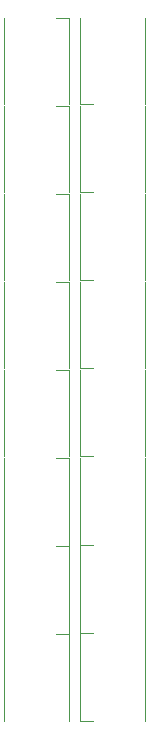
<source format=gbr>
G04 #@! TF.GenerationSoftware,KiCad,Pcbnew,(5.1.6)-1*
G04 #@! TF.CreationDate,2020-08-07T11:21:43-04:00*
G04 #@! TF.ProjectId,daftPunk,64616674-5075-46e6-9b2e-6b696361645f,rev?*
G04 #@! TF.SameCoordinates,Original*
G04 #@! TF.FileFunction,Legend,Top*
G04 #@! TF.FilePolarity,Positive*
%FSLAX46Y46*%
G04 Gerber Fmt 4.6, Leading zero omitted, Abs format (unit mm)*
G04 Created by KiCad (PCBNEW (5.1.6)-1) date 2020-08-07 11:21:43*
%MOMM*%
%LPD*%
G01*
G04 APERTURE LIST*
%ADD10C,0.120000*%
G04 APERTURE END LIST*
D10*
X150950000Y-81850000D02*
X150950000Y-89150000D01*
X149800000Y-81850000D02*
X150950000Y-81850000D01*
X145450000Y-81850000D02*
X145450000Y-89150000D01*
X145450000Y-74392852D02*
X145450000Y-81692852D01*
X149800000Y-74392852D02*
X150950000Y-74392852D01*
X150950000Y-74392852D02*
X150950000Y-81692852D01*
X145450000Y-66935710D02*
X145450000Y-74235710D01*
X149800000Y-66935710D02*
X150950000Y-66935710D01*
X150950000Y-66935710D02*
X150950000Y-74235710D01*
X150950000Y-59478568D02*
X150950000Y-66778568D01*
X149800000Y-59478568D02*
X150950000Y-59478568D01*
X145450000Y-59478568D02*
X145450000Y-66778568D01*
X145450000Y-52021426D02*
X145450000Y-59321426D01*
X149800000Y-52021426D02*
X150950000Y-52021426D01*
X150950000Y-52021426D02*
X150950000Y-59321426D01*
X150950000Y-44564284D02*
X150950000Y-51864284D01*
X149800000Y-44564284D02*
X150950000Y-44564284D01*
X145450000Y-44564284D02*
X145450000Y-51864284D01*
X145450000Y-37107142D02*
X145450000Y-44407142D01*
X149800000Y-37107142D02*
X150950000Y-37107142D01*
X150950000Y-37107142D02*
X150950000Y-44407142D01*
X150950000Y-29650000D02*
X150950000Y-36950000D01*
X149800000Y-29650000D02*
X150950000Y-29650000D01*
X145450000Y-29650000D02*
X145450000Y-36950000D01*
X157350000Y-36950000D02*
X157350000Y-29650000D01*
X153000000Y-36950000D02*
X151850000Y-36950000D01*
X151850000Y-36950000D02*
X151850000Y-29650000D01*
X151850000Y-44407142D02*
X151850000Y-37107142D01*
X153000000Y-44407142D02*
X151850000Y-44407142D01*
X157350000Y-44407142D02*
X157350000Y-37107142D01*
X157350000Y-51864284D02*
X157350000Y-44564284D01*
X153000000Y-51864284D02*
X151850000Y-51864284D01*
X151850000Y-51864284D02*
X151850000Y-44564284D01*
X151850000Y-59321426D02*
X151850000Y-52021426D01*
X153000000Y-59321426D02*
X151850000Y-59321426D01*
X157350000Y-59321426D02*
X157350000Y-52021426D01*
X157350000Y-66778568D02*
X157350000Y-59478568D01*
X153000000Y-66778568D02*
X151850000Y-66778568D01*
X151850000Y-66778568D02*
X151850000Y-59478568D01*
X151850000Y-74235710D02*
X151850000Y-66935710D01*
X153000000Y-74235710D02*
X151850000Y-74235710D01*
X157350000Y-74235710D02*
X157350000Y-66935710D01*
X157350000Y-81692852D02*
X157350000Y-74392852D01*
X153000000Y-81692852D02*
X151850000Y-81692852D01*
X151850000Y-81692852D02*
X151850000Y-74392852D01*
X151850000Y-89150000D02*
X151850000Y-81850000D01*
X153000000Y-89150000D02*
X151850000Y-89150000D01*
X157350000Y-89150000D02*
X157350000Y-81850000D01*
M02*

</source>
